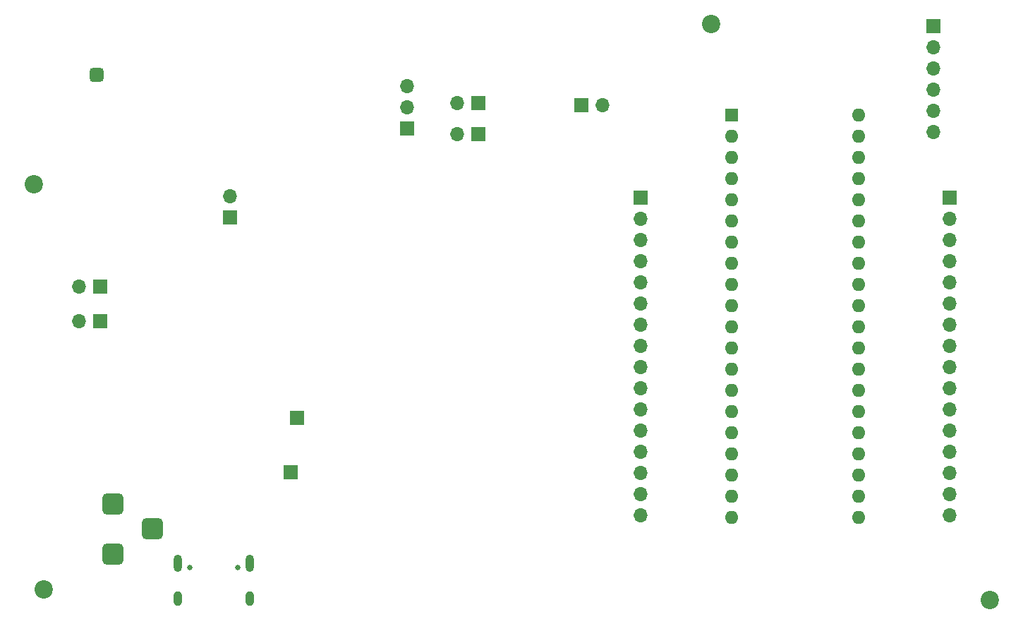
<source format=gbr>
%TF.GenerationSoftware,KiCad,Pcbnew,7.0.1*%
%TF.CreationDate,2023-11-20T00:05:28-03:00*%
%TF.ProjectId,data_logger,64617461-5f6c-46f6-9767-65722e6b6963,0*%
%TF.SameCoordinates,Original*%
%TF.FileFunction,Soldermask,Bot*%
%TF.FilePolarity,Negative*%
%FSLAX46Y46*%
G04 Gerber Fmt 4.6, Leading zero omitted, Abs format (unit mm)*
G04 Created by KiCad (PCBNEW 7.0.1) date 2023-11-20 00:05:28*
%MOMM*%
%LPD*%
G01*
G04 APERTURE LIST*
G04 Aperture macros list*
%AMRoundRect*
0 Rectangle with rounded corners*
0 $1 Rounding radius*
0 $2 $3 $4 $5 $6 $7 $8 $9 X,Y pos of 4 corners*
0 Add a 4 corners polygon primitive as box body*
4,1,4,$2,$3,$4,$5,$6,$7,$8,$9,$2,$3,0*
0 Add four circle primitives for the rounded corners*
1,1,$1+$1,$2,$3*
1,1,$1+$1,$4,$5*
1,1,$1+$1,$6,$7*
1,1,$1+$1,$8,$9*
0 Add four rect primitives between the rounded corners*
20,1,$1+$1,$2,$3,$4,$5,0*
20,1,$1+$1,$4,$5,$6,$7,0*
20,1,$1+$1,$6,$7,$8,$9,0*
20,1,$1+$1,$8,$9,$2,$3,0*%
G04 Aperture macros list end*
%ADD10R,1.700000X1.700000*%
%ADD11O,1.700000X1.700000*%
%ADD12C,2.200000*%
%ADD13RoundRect,0.425000X-0.425000X-0.425000X0.425000X-0.425000X0.425000X0.425000X-0.425000X0.425000X0*%
%ADD14C,0.650000*%
%ADD15O,1.000000X2.100000*%
%ADD16O,1.000000X1.800000*%
%ADD17RoundRect,0.650000X-0.650000X-0.650000X0.650000X-0.650000X0.650000X0.650000X-0.650000X0.650000X0*%
%ADD18R,1.600000X1.600000*%
%ADD19O,1.600000X1.600000*%
G04 APERTURE END LIST*
D10*
%TO.C,J13*%
X152550000Y-74560000D03*
D11*
X155090000Y-74560000D03*
%TD*%
D10*
%TO.C,J12*%
X110390000Y-88060000D03*
D11*
X110390000Y-85520000D03*
%TD*%
D10*
%TO.C,J3*%
X131590000Y-77360000D03*
D11*
X131590000Y-74820000D03*
X131590000Y-72280000D03*
%TD*%
D12*
%TO.C,H2*%
X201560000Y-133920000D03*
%TD*%
D10*
%TO.C,J1*%
X118390000Y-112060000D03*
%TD*%
%TO.C,J7*%
X140130000Y-74360000D03*
D11*
X137590000Y-74360000D03*
%TD*%
D12*
%TO.C,H1*%
X168070000Y-64850000D03*
%TD*%
D13*
%TO.C,AE1*%
X94347602Y-70963033D03*
%TD*%
D12*
%TO.C,H4*%
X86790000Y-84060000D03*
%TD*%
D10*
%TO.C,J2*%
X117690000Y-118560000D03*
%TD*%
%TO.C,J14*%
X94792001Y-100450001D03*
D11*
X92252001Y-100450001D03*
%TD*%
D12*
%TO.C,H3*%
X88022000Y-132650000D03*
%TD*%
D14*
%TO.C,J10*%
X105500000Y-130045000D03*
X111280000Y-130045000D03*
D15*
X104070000Y-129545000D03*
D16*
X104070000Y-133725000D03*
D15*
X112710000Y-129545000D03*
D16*
X112710000Y-133725000D03*
%TD*%
D10*
%TO.C,J5*%
X159674000Y-85680000D03*
D11*
X159674000Y-88220000D03*
X159674000Y-90760000D03*
X159674000Y-93300000D03*
X159674000Y-95840000D03*
X159674000Y-98380000D03*
X159674000Y-100920000D03*
X159674000Y-103460000D03*
X159674000Y-106000000D03*
X159674000Y-108540000D03*
X159674000Y-111080000D03*
X159674000Y-113620000D03*
X159674000Y-116160000D03*
X159674000Y-118700000D03*
X159674000Y-121240000D03*
X159674000Y-123780000D03*
%TD*%
D17*
%TO.C,J9*%
X96340000Y-122386000D03*
X96340000Y-128386000D03*
X101040000Y-125386000D03*
%TD*%
D18*
%TO.C,U1*%
X170566000Y-75780000D03*
D19*
X170566000Y-78320000D03*
X170566000Y-80860000D03*
X170566000Y-83400000D03*
X170566000Y-85940000D03*
X170566000Y-88480000D03*
X170566000Y-91020000D03*
X170566000Y-93560000D03*
X170566000Y-96100000D03*
X170566000Y-98640000D03*
X170566000Y-101180000D03*
X170566000Y-103720000D03*
X170566000Y-106260000D03*
X170566000Y-108800000D03*
X170566000Y-111340000D03*
X170566000Y-113880000D03*
X170566000Y-116420000D03*
X170566000Y-118960000D03*
X170566000Y-121500000D03*
X170566000Y-124040000D03*
X185806000Y-124040000D03*
X185806000Y-121500000D03*
X185806000Y-118960000D03*
X185806000Y-116420000D03*
X185806000Y-113880000D03*
X185806000Y-111340000D03*
X185806000Y-108800000D03*
X185806000Y-106260000D03*
X185806000Y-103720000D03*
X185806000Y-101180000D03*
X185806000Y-98640000D03*
X185806000Y-96100000D03*
X185806000Y-93560000D03*
X185806000Y-91020000D03*
X185806000Y-88480000D03*
X185806000Y-85940000D03*
X185806000Y-83400000D03*
X185806000Y-80860000D03*
X185806000Y-78320000D03*
X185806000Y-75780000D03*
%TD*%
D10*
%TO.C,J6*%
X196758000Y-85680000D03*
D11*
X196758000Y-88220000D03*
X196758000Y-90760000D03*
X196758000Y-93300000D03*
X196758000Y-95840000D03*
X196758000Y-98380000D03*
X196758000Y-100920000D03*
X196758000Y-103460000D03*
X196758000Y-106000000D03*
X196758000Y-108540000D03*
X196758000Y-111080000D03*
X196758000Y-113620000D03*
X196758000Y-116160000D03*
X196758000Y-118700000D03*
X196758000Y-121240000D03*
X196758000Y-123780000D03*
%TD*%
D10*
%TO.C,J8*%
X140130000Y-78060000D03*
D11*
X137590000Y-78060000D03*
%TD*%
D10*
%TO.C,J4*%
X194790000Y-65060000D03*
D11*
X194790000Y-67600000D03*
X194790000Y-70140000D03*
X194790000Y-72680000D03*
X194790000Y-75220000D03*
X194790000Y-77760000D03*
%TD*%
D10*
%TO.C,J11*%
X94792000Y-96330000D03*
D11*
X92252000Y-96330000D03*
%TD*%
M02*

</source>
